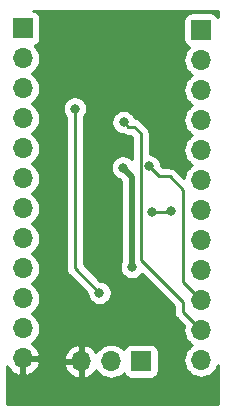
<source format=gbr>
G04 #@! TF.GenerationSoftware,KiCad,Pcbnew,(5.1.4-0)*
G04 #@! TF.CreationDate,2020-07-13T22:24:35+08:00*
G04 #@! TF.ProjectId,attiny3217,61747469-6e79-4333-9231-372e6b696361,rev?*
G04 #@! TF.SameCoordinates,Original*
G04 #@! TF.FileFunction,Copper,L2,Bot*
G04 #@! TF.FilePolarity,Positive*
%FSLAX46Y46*%
G04 Gerber Fmt 4.6, Leading zero omitted, Abs format (unit mm)*
G04 Created by KiCad (PCBNEW (5.1.4-0)) date 2020-07-13 22:24:35*
%MOMM*%
%LPD*%
G04 APERTURE LIST*
%ADD10O,1.700000X1.700000*%
%ADD11R,1.700000X1.700000*%
%ADD12C,0.800000*%
%ADD13C,0.500000*%
%ADD14C,0.250000*%
%ADD15C,0.254000*%
G04 APERTURE END LIST*
D10*
X127050800Y-93954600D03*
X127050800Y-91414600D03*
X127050800Y-88874600D03*
X127050800Y-86334600D03*
X127050800Y-83794600D03*
X127050800Y-81254600D03*
X127050800Y-78714600D03*
X127050800Y-76174600D03*
X127050800Y-73634600D03*
X127050800Y-71094600D03*
X127050800Y-68554600D03*
D11*
X127050800Y-66014600D03*
X142163800Y-66141600D03*
D10*
X142163800Y-68681600D03*
X142163800Y-71221600D03*
X142163800Y-73761600D03*
X142163800Y-76301600D03*
X142163800Y-78841600D03*
X142163800Y-81381600D03*
X142163800Y-83921600D03*
X142163800Y-86461600D03*
X142163800Y-89001600D03*
X142163800Y-91541600D03*
X142163800Y-94081600D03*
D11*
X137083800Y-94183200D03*
D10*
X134543800Y-94183200D03*
X132003800Y-94183200D03*
D12*
X136296400Y-86207600D03*
X135534400Y-77800200D03*
X133985000Y-74599800D03*
X132715000Y-81381600D03*
X132715000Y-82753200D03*
X133604000Y-77698600D03*
X133197600Y-86080600D03*
X134569200Y-86080600D03*
X131470400Y-72796400D03*
X133553200Y-88392000D03*
X138049000Y-81559400D03*
X139649200Y-81508600D03*
X137769600Y-77698600D03*
X135610600Y-73939400D03*
D13*
X136296400Y-78562200D02*
X135534400Y-77800200D01*
X136296400Y-86207600D02*
X136296400Y-78562200D01*
D14*
X131470400Y-86309200D02*
X133553200Y-88392000D01*
X131470400Y-72796400D02*
X131470400Y-86309200D01*
X139598400Y-81559400D02*
X139649200Y-81508600D01*
X138049000Y-81559400D02*
X139598400Y-81559400D01*
X137769600Y-77698600D02*
X138607800Y-78536800D01*
X138607800Y-78536800D02*
X139496800Y-78536800D01*
X139496800Y-78536800D02*
X140614400Y-79654400D01*
X140614400Y-87452200D02*
X142163800Y-89001600D01*
X140614400Y-79654400D02*
X140614400Y-87452200D01*
X136010599Y-74339399D02*
X136493199Y-74339399D01*
X135610600Y-73939400D02*
X136010599Y-74339399D01*
X136493199Y-74339399D02*
X137044599Y-74890799D01*
X137044599Y-74890799D02*
X137044599Y-85634999D01*
X137044599Y-85634999D02*
X140614400Y-89204800D01*
X140614400Y-89992200D02*
X142163800Y-91541600D01*
X140614400Y-89204800D02*
X140614400Y-89992200D01*
D15*
G36*
X143586698Y-64535572D02*
G01*
X143586768Y-65016488D01*
X143544337Y-64937106D01*
X143464985Y-64840415D01*
X143368294Y-64761063D01*
X143257980Y-64702098D01*
X143138282Y-64665788D01*
X143013800Y-64653528D01*
X141313800Y-64653528D01*
X141189318Y-64665788D01*
X141069620Y-64702098D01*
X140959306Y-64761063D01*
X140862615Y-64840415D01*
X140783263Y-64937106D01*
X140724298Y-65047420D01*
X140687988Y-65167118D01*
X140675728Y-65291600D01*
X140675728Y-66991600D01*
X140687988Y-67116082D01*
X140724298Y-67235780D01*
X140783263Y-67346094D01*
X140862615Y-67442785D01*
X140959306Y-67522137D01*
X141069620Y-67581102D01*
X141138487Y-67601993D01*
X141108666Y-67626466D01*
X140923094Y-67852586D01*
X140785201Y-68110566D01*
X140700287Y-68390489D01*
X140671615Y-68681600D01*
X140700287Y-68972711D01*
X140785201Y-69252634D01*
X140923094Y-69510614D01*
X141108666Y-69736734D01*
X141334786Y-69922306D01*
X141389591Y-69951600D01*
X141334786Y-69980894D01*
X141108666Y-70166466D01*
X140923094Y-70392586D01*
X140785201Y-70650566D01*
X140700287Y-70930489D01*
X140671615Y-71221600D01*
X140700287Y-71512711D01*
X140785201Y-71792634D01*
X140923094Y-72050614D01*
X141108666Y-72276734D01*
X141334786Y-72462306D01*
X141389591Y-72491600D01*
X141334786Y-72520894D01*
X141108666Y-72706466D01*
X140923094Y-72932586D01*
X140785201Y-73190566D01*
X140700287Y-73470489D01*
X140671615Y-73761600D01*
X140700287Y-74052711D01*
X140785201Y-74332634D01*
X140923094Y-74590614D01*
X141108666Y-74816734D01*
X141334786Y-75002306D01*
X141389591Y-75031600D01*
X141334786Y-75060894D01*
X141108666Y-75246466D01*
X140923094Y-75472586D01*
X140785201Y-75730566D01*
X140700287Y-76010489D01*
X140671615Y-76301600D01*
X140700287Y-76592711D01*
X140785201Y-76872634D01*
X140923094Y-77130614D01*
X141108666Y-77356734D01*
X141334786Y-77542306D01*
X141389591Y-77571600D01*
X141334786Y-77600894D01*
X141108666Y-77786466D01*
X140923094Y-78012586D01*
X140785201Y-78270566D01*
X140700287Y-78550489D01*
X140689976Y-78655175D01*
X140060604Y-78025802D01*
X140036801Y-77996799D01*
X139921076Y-77901826D01*
X139789047Y-77831254D01*
X139645786Y-77787797D01*
X139534133Y-77776800D01*
X139534122Y-77776800D01*
X139496800Y-77773124D01*
X139459478Y-77776800D01*
X138922602Y-77776800D01*
X138804600Y-77658798D01*
X138804600Y-77596661D01*
X138764826Y-77396702D01*
X138686805Y-77208344D01*
X138573537Y-77038826D01*
X138429374Y-76894663D01*
X138259856Y-76781395D01*
X138071498Y-76703374D01*
X137871539Y-76663600D01*
X137804599Y-76663600D01*
X137804599Y-74928121D01*
X137808275Y-74890798D01*
X137804599Y-74853475D01*
X137804599Y-74853466D01*
X137793602Y-74741813D01*
X137750145Y-74598552D01*
X137679573Y-74466523D01*
X137584600Y-74350798D01*
X137555602Y-74327001D01*
X137057002Y-73828401D01*
X137033200Y-73799398D01*
X136917475Y-73704425D01*
X136785446Y-73633853D01*
X136642185Y-73590396D01*
X136583938Y-73584659D01*
X136527805Y-73449144D01*
X136414537Y-73279626D01*
X136270374Y-73135463D01*
X136100856Y-73022195D01*
X135912498Y-72944174D01*
X135712539Y-72904400D01*
X135508661Y-72904400D01*
X135308702Y-72944174D01*
X135120344Y-73022195D01*
X134950826Y-73135463D01*
X134806663Y-73279626D01*
X134693395Y-73449144D01*
X134615374Y-73637502D01*
X134575600Y-73837461D01*
X134575600Y-74041339D01*
X134615374Y-74241298D01*
X134693395Y-74429656D01*
X134806663Y-74599174D01*
X134950826Y-74743337D01*
X135120344Y-74856605D01*
X135308702Y-74934626D01*
X135508661Y-74974400D01*
X135586374Y-74974400D01*
X135718352Y-75044945D01*
X135861613Y-75088402D01*
X135973266Y-75099399D01*
X135973276Y-75099399D01*
X136010598Y-75103075D01*
X136047921Y-75099399D01*
X136178398Y-75099399D01*
X136284599Y-75205601D01*
X136284599Y-77086688D01*
X136194174Y-76996263D01*
X136024656Y-76882995D01*
X135836298Y-76804974D01*
X135636339Y-76765200D01*
X135432461Y-76765200D01*
X135232502Y-76804974D01*
X135044144Y-76882995D01*
X134874626Y-76996263D01*
X134730463Y-77140426D01*
X134617195Y-77309944D01*
X134539174Y-77498302D01*
X134499400Y-77698261D01*
X134499400Y-77902139D01*
X134539174Y-78102098D01*
X134617195Y-78290456D01*
X134730463Y-78459974D01*
X134874626Y-78604137D01*
X135044144Y-78717405D01*
X135232502Y-78795426D01*
X135289356Y-78806735D01*
X135411401Y-78928780D01*
X135411400Y-85669146D01*
X135379195Y-85717344D01*
X135301174Y-85905702D01*
X135261400Y-86105661D01*
X135261400Y-86309539D01*
X135301174Y-86509498D01*
X135379195Y-86697856D01*
X135492463Y-86867374D01*
X135636626Y-87011537D01*
X135806144Y-87124805D01*
X135994502Y-87202826D01*
X136194461Y-87242600D01*
X136398339Y-87242600D01*
X136598298Y-87202826D01*
X136786656Y-87124805D01*
X136956174Y-87011537D01*
X137100337Y-86867374D01*
X137141127Y-86806328D01*
X139854400Y-89519602D01*
X139854400Y-89954878D01*
X139850724Y-89992200D01*
X139854400Y-90029522D01*
X139854400Y-90029533D01*
X139865397Y-90141186D01*
X139893717Y-90234544D01*
X139908854Y-90284446D01*
X139979426Y-90416476D01*
X140019342Y-90465113D01*
X140074400Y-90532201D01*
X140103398Y-90555999D01*
X140723003Y-91175605D01*
X140700287Y-91250489D01*
X140671615Y-91541600D01*
X140700287Y-91832711D01*
X140785201Y-92112634D01*
X140923094Y-92370614D01*
X141108666Y-92596734D01*
X141334786Y-92782306D01*
X141389591Y-92811600D01*
X141334786Y-92840894D01*
X141108666Y-93026466D01*
X140923094Y-93252586D01*
X140785201Y-93510566D01*
X140700287Y-93790489D01*
X140671615Y-94081600D01*
X140700287Y-94372711D01*
X140785201Y-94652634D01*
X140923094Y-94910614D01*
X141108666Y-95136734D01*
X141334786Y-95322306D01*
X141592766Y-95460199D01*
X141872689Y-95545113D01*
X142090850Y-95566600D01*
X142236750Y-95566600D01*
X142454911Y-95545113D01*
X142734834Y-95460199D01*
X142992814Y-95322306D01*
X143218934Y-95136734D01*
X143404506Y-94910614D01*
X143542399Y-94652634D01*
X143591101Y-94492084D01*
X143591583Y-97770255D01*
X125728271Y-97774986D01*
X125721882Y-94601267D01*
X125779159Y-94721520D01*
X125953212Y-94954869D01*
X126169445Y-95149778D01*
X126419548Y-95298757D01*
X126693909Y-95396081D01*
X126923800Y-95275414D01*
X126923800Y-94081600D01*
X127177800Y-94081600D01*
X127177800Y-95275414D01*
X127407691Y-95396081D01*
X127682052Y-95298757D01*
X127932155Y-95149778D01*
X128148388Y-94954869D01*
X128322441Y-94721520D01*
X128408857Y-94540091D01*
X130562319Y-94540091D01*
X130659643Y-94814452D01*
X130808622Y-95064555D01*
X131003531Y-95280788D01*
X131236880Y-95454841D01*
X131499701Y-95580025D01*
X131646910Y-95624676D01*
X131876800Y-95503355D01*
X131876800Y-94310200D01*
X130682986Y-94310200D01*
X130562319Y-94540091D01*
X128408857Y-94540091D01*
X128447625Y-94458699D01*
X128492276Y-94311490D01*
X128370955Y-94081600D01*
X127177800Y-94081600D01*
X126923800Y-94081600D01*
X126903800Y-94081600D01*
X126903800Y-93827600D01*
X126923800Y-93827600D01*
X126923800Y-93807600D01*
X127177800Y-93807600D01*
X127177800Y-93827600D01*
X128370955Y-93827600D01*
X128371636Y-93826309D01*
X130562319Y-93826309D01*
X130682986Y-94056200D01*
X131876800Y-94056200D01*
X131876800Y-92863045D01*
X132130800Y-92863045D01*
X132130800Y-94056200D01*
X132150800Y-94056200D01*
X132150800Y-94310200D01*
X132130800Y-94310200D01*
X132130800Y-95503355D01*
X132360690Y-95624676D01*
X132507899Y-95580025D01*
X132770720Y-95454841D01*
X133004069Y-95280788D01*
X133198978Y-95064555D01*
X133268599Y-94947677D01*
X133303094Y-95012214D01*
X133488666Y-95238334D01*
X133714786Y-95423906D01*
X133972766Y-95561799D01*
X134252689Y-95646713D01*
X134470850Y-95668200D01*
X134616750Y-95668200D01*
X134834911Y-95646713D01*
X135114834Y-95561799D01*
X135372814Y-95423906D01*
X135598934Y-95238334D01*
X135623407Y-95208513D01*
X135644298Y-95277380D01*
X135703263Y-95387694D01*
X135782615Y-95484385D01*
X135879306Y-95563737D01*
X135989620Y-95622702D01*
X136109318Y-95659012D01*
X136233800Y-95671272D01*
X137933800Y-95671272D01*
X138058282Y-95659012D01*
X138177980Y-95622702D01*
X138288294Y-95563737D01*
X138384985Y-95484385D01*
X138464337Y-95387694D01*
X138523302Y-95277380D01*
X138559612Y-95157682D01*
X138571872Y-95033200D01*
X138571872Y-93333200D01*
X138559612Y-93208718D01*
X138523302Y-93089020D01*
X138464337Y-92978706D01*
X138384985Y-92882015D01*
X138288294Y-92802663D01*
X138177980Y-92743698D01*
X138058282Y-92707388D01*
X137933800Y-92695128D01*
X136233800Y-92695128D01*
X136109318Y-92707388D01*
X135989620Y-92743698D01*
X135879306Y-92802663D01*
X135782615Y-92882015D01*
X135703263Y-92978706D01*
X135644298Y-93089020D01*
X135623407Y-93157887D01*
X135598934Y-93128066D01*
X135372814Y-92942494D01*
X135114834Y-92804601D01*
X134834911Y-92719687D01*
X134616750Y-92698200D01*
X134470850Y-92698200D01*
X134252689Y-92719687D01*
X133972766Y-92804601D01*
X133714786Y-92942494D01*
X133488666Y-93128066D01*
X133303094Y-93354186D01*
X133268599Y-93418723D01*
X133198978Y-93301845D01*
X133004069Y-93085612D01*
X132770720Y-92911559D01*
X132507899Y-92786375D01*
X132360690Y-92741724D01*
X132130800Y-92863045D01*
X131876800Y-92863045D01*
X131646910Y-92741724D01*
X131499701Y-92786375D01*
X131236880Y-92911559D01*
X131003531Y-93085612D01*
X130808622Y-93301845D01*
X130659643Y-93551948D01*
X130562319Y-93826309D01*
X128371636Y-93826309D01*
X128492276Y-93597710D01*
X128447625Y-93450501D01*
X128322441Y-93187680D01*
X128148388Y-92954331D01*
X127932155Y-92759422D01*
X127815277Y-92689801D01*
X127879814Y-92655306D01*
X128105934Y-92469734D01*
X128291506Y-92243614D01*
X128429399Y-91985634D01*
X128514313Y-91705711D01*
X128542985Y-91414600D01*
X128514313Y-91123489D01*
X128429399Y-90843566D01*
X128291506Y-90585586D01*
X128105934Y-90359466D01*
X127879814Y-90173894D01*
X127825009Y-90144600D01*
X127879814Y-90115306D01*
X128105934Y-89929734D01*
X128291506Y-89703614D01*
X128429399Y-89445634D01*
X128514313Y-89165711D01*
X128542985Y-88874600D01*
X128514313Y-88583489D01*
X128429399Y-88303566D01*
X128291506Y-88045586D01*
X128105934Y-87819466D01*
X127879814Y-87633894D01*
X127825009Y-87604600D01*
X127879814Y-87575306D01*
X128105934Y-87389734D01*
X128291506Y-87163614D01*
X128429399Y-86905634D01*
X128514313Y-86625711D01*
X128542985Y-86334600D01*
X128514313Y-86043489D01*
X128429399Y-85763566D01*
X128291506Y-85505586D01*
X128105934Y-85279466D01*
X127879814Y-85093894D01*
X127825009Y-85064600D01*
X127879814Y-85035306D01*
X128105934Y-84849734D01*
X128291506Y-84623614D01*
X128429399Y-84365634D01*
X128514313Y-84085711D01*
X128542985Y-83794600D01*
X128514313Y-83503489D01*
X128429399Y-83223566D01*
X128291506Y-82965586D01*
X128105934Y-82739466D01*
X127879814Y-82553894D01*
X127825009Y-82524600D01*
X127879814Y-82495306D01*
X128105934Y-82309734D01*
X128291506Y-82083614D01*
X128429399Y-81825634D01*
X128514313Y-81545711D01*
X128542985Y-81254600D01*
X128514313Y-80963489D01*
X128429399Y-80683566D01*
X128291506Y-80425586D01*
X128105934Y-80199466D01*
X127879814Y-80013894D01*
X127825009Y-79984600D01*
X127879814Y-79955306D01*
X128105934Y-79769734D01*
X128291506Y-79543614D01*
X128429399Y-79285634D01*
X128514313Y-79005711D01*
X128542985Y-78714600D01*
X128514313Y-78423489D01*
X128429399Y-78143566D01*
X128291506Y-77885586D01*
X128105934Y-77659466D01*
X127879814Y-77473894D01*
X127825009Y-77444600D01*
X127879814Y-77415306D01*
X128105934Y-77229734D01*
X128291506Y-77003614D01*
X128429399Y-76745634D01*
X128514313Y-76465711D01*
X128542985Y-76174600D01*
X128514313Y-75883489D01*
X128429399Y-75603566D01*
X128291506Y-75345586D01*
X128105934Y-75119466D01*
X127879814Y-74933894D01*
X127825009Y-74904600D01*
X127879814Y-74875306D01*
X128105934Y-74689734D01*
X128291506Y-74463614D01*
X128429399Y-74205634D01*
X128514313Y-73925711D01*
X128542985Y-73634600D01*
X128514313Y-73343489D01*
X128429399Y-73063566D01*
X128291506Y-72805586D01*
X128200309Y-72694461D01*
X130435400Y-72694461D01*
X130435400Y-72898339D01*
X130475174Y-73098298D01*
X130553195Y-73286656D01*
X130666463Y-73456174D01*
X130710400Y-73500111D01*
X130710401Y-86271868D01*
X130706724Y-86309200D01*
X130721398Y-86458185D01*
X130764854Y-86601446D01*
X130835426Y-86733476D01*
X130904159Y-86817226D01*
X130930400Y-86849201D01*
X130959398Y-86872999D01*
X132518200Y-88431802D01*
X132518200Y-88493939D01*
X132557974Y-88693898D01*
X132635995Y-88882256D01*
X132749263Y-89051774D01*
X132893426Y-89195937D01*
X133062944Y-89309205D01*
X133251302Y-89387226D01*
X133451261Y-89427000D01*
X133655139Y-89427000D01*
X133855098Y-89387226D01*
X134043456Y-89309205D01*
X134212974Y-89195937D01*
X134357137Y-89051774D01*
X134470405Y-88882256D01*
X134548426Y-88693898D01*
X134588200Y-88493939D01*
X134588200Y-88290061D01*
X134548426Y-88090102D01*
X134470405Y-87901744D01*
X134357137Y-87732226D01*
X134212974Y-87588063D01*
X134043456Y-87474795D01*
X133855098Y-87396774D01*
X133655139Y-87357000D01*
X133593002Y-87357000D01*
X132230400Y-85994399D01*
X132230400Y-73500111D01*
X132274337Y-73456174D01*
X132387605Y-73286656D01*
X132465626Y-73098298D01*
X132505400Y-72898339D01*
X132505400Y-72694461D01*
X132465626Y-72494502D01*
X132387605Y-72306144D01*
X132274337Y-72136626D01*
X132130174Y-71992463D01*
X131960656Y-71879195D01*
X131772298Y-71801174D01*
X131572339Y-71761400D01*
X131368461Y-71761400D01*
X131168502Y-71801174D01*
X130980144Y-71879195D01*
X130810626Y-71992463D01*
X130666463Y-72136626D01*
X130553195Y-72306144D01*
X130475174Y-72494502D01*
X130435400Y-72694461D01*
X128200309Y-72694461D01*
X128105934Y-72579466D01*
X127879814Y-72393894D01*
X127825009Y-72364600D01*
X127879814Y-72335306D01*
X128105934Y-72149734D01*
X128291506Y-71923614D01*
X128429399Y-71665634D01*
X128514313Y-71385711D01*
X128542985Y-71094600D01*
X128514313Y-70803489D01*
X128429399Y-70523566D01*
X128291506Y-70265586D01*
X128105934Y-70039466D01*
X127879814Y-69853894D01*
X127825009Y-69824600D01*
X127879814Y-69795306D01*
X128105934Y-69609734D01*
X128291506Y-69383614D01*
X128429399Y-69125634D01*
X128514313Y-68845711D01*
X128542985Y-68554600D01*
X128514313Y-68263489D01*
X128429399Y-67983566D01*
X128291506Y-67725586D01*
X128105934Y-67499466D01*
X128076113Y-67474993D01*
X128144980Y-67454102D01*
X128255294Y-67395137D01*
X128351985Y-67315785D01*
X128431337Y-67219094D01*
X128490302Y-67108780D01*
X128526612Y-66989082D01*
X128538872Y-66864600D01*
X128538872Y-65164600D01*
X128526612Y-65040118D01*
X128490302Y-64920420D01*
X128431337Y-64810106D01*
X128351985Y-64713415D01*
X128255294Y-64634063D01*
X128144980Y-64575098D01*
X128025282Y-64538788D01*
X127908586Y-64527295D01*
X143586698Y-64535572D01*
X143586698Y-64535572D01*
G37*
X143586698Y-64535572D02*
X143586768Y-65016488D01*
X143544337Y-64937106D01*
X143464985Y-64840415D01*
X143368294Y-64761063D01*
X143257980Y-64702098D01*
X143138282Y-64665788D01*
X143013800Y-64653528D01*
X141313800Y-64653528D01*
X141189318Y-64665788D01*
X141069620Y-64702098D01*
X140959306Y-64761063D01*
X140862615Y-64840415D01*
X140783263Y-64937106D01*
X140724298Y-65047420D01*
X140687988Y-65167118D01*
X140675728Y-65291600D01*
X140675728Y-66991600D01*
X140687988Y-67116082D01*
X140724298Y-67235780D01*
X140783263Y-67346094D01*
X140862615Y-67442785D01*
X140959306Y-67522137D01*
X141069620Y-67581102D01*
X141138487Y-67601993D01*
X141108666Y-67626466D01*
X140923094Y-67852586D01*
X140785201Y-68110566D01*
X140700287Y-68390489D01*
X140671615Y-68681600D01*
X140700287Y-68972711D01*
X140785201Y-69252634D01*
X140923094Y-69510614D01*
X141108666Y-69736734D01*
X141334786Y-69922306D01*
X141389591Y-69951600D01*
X141334786Y-69980894D01*
X141108666Y-70166466D01*
X140923094Y-70392586D01*
X140785201Y-70650566D01*
X140700287Y-70930489D01*
X140671615Y-71221600D01*
X140700287Y-71512711D01*
X140785201Y-71792634D01*
X140923094Y-72050614D01*
X141108666Y-72276734D01*
X141334786Y-72462306D01*
X141389591Y-72491600D01*
X141334786Y-72520894D01*
X141108666Y-72706466D01*
X140923094Y-72932586D01*
X140785201Y-73190566D01*
X140700287Y-73470489D01*
X140671615Y-73761600D01*
X140700287Y-74052711D01*
X140785201Y-74332634D01*
X140923094Y-74590614D01*
X141108666Y-74816734D01*
X141334786Y-75002306D01*
X141389591Y-75031600D01*
X141334786Y-75060894D01*
X141108666Y-75246466D01*
X140923094Y-75472586D01*
X140785201Y-75730566D01*
X140700287Y-76010489D01*
X140671615Y-76301600D01*
X140700287Y-76592711D01*
X140785201Y-76872634D01*
X140923094Y-77130614D01*
X141108666Y-77356734D01*
X141334786Y-77542306D01*
X141389591Y-77571600D01*
X141334786Y-77600894D01*
X141108666Y-77786466D01*
X140923094Y-78012586D01*
X140785201Y-78270566D01*
X140700287Y-78550489D01*
X140689976Y-78655175D01*
X140060604Y-78025802D01*
X140036801Y-77996799D01*
X139921076Y-77901826D01*
X139789047Y-77831254D01*
X139645786Y-77787797D01*
X139534133Y-77776800D01*
X139534122Y-77776800D01*
X139496800Y-77773124D01*
X139459478Y-77776800D01*
X138922602Y-77776800D01*
X138804600Y-77658798D01*
X138804600Y-77596661D01*
X138764826Y-77396702D01*
X138686805Y-77208344D01*
X138573537Y-77038826D01*
X138429374Y-76894663D01*
X138259856Y-76781395D01*
X138071498Y-76703374D01*
X137871539Y-76663600D01*
X137804599Y-76663600D01*
X137804599Y-74928121D01*
X137808275Y-74890798D01*
X137804599Y-74853475D01*
X137804599Y-74853466D01*
X137793602Y-74741813D01*
X137750145Y-74598552D01*
X137679573Y-74466523D01*
X137584600Y-74350798D01*
X137555602Y-74327001D01*
X137057002Y-73828401D01*
X137033200Y-73799398D01*
X136917475Y-73704425D01*
X136785446Y-73633853D01*
X136642185Y-73590396D01*
X136583938Y-73584659D01*
X136527805Y-73449144D01*
X136414537Y-73279626D01*
X136270374Y-73135463D01*
X136100856Y-73022195D01*
X135912498Y-72944174D01*
X135712539Y-72904400D01*
X135508661Y-72904400D01*
X135308702Y-72944174D01*
X135120344Y-73022195D01*
X134950826Y-73135463D01*
X134806663Y-73279626D01*
X134693395Y-73449144D01*
X134615374Y-73637502D01*
X134575600Y-73837461D01*
X134575600Y-74041339D01*
X134615374Y-74241298D01*
X134693395Y-74429656D01*
X134806663Y-74599174D01*
X134950826Y-74743337D01*
X135120344Y-74856605D01*
X135308702Y-74934626D01*
X135508661Y-74974400D01*
X135586374Y-74974400D01*
X135718352Y-75044945D01*
X135861613Y-75088402D01*
X135973266Y-75099399D01*
X135973276Y-75099399D01*
X136010598Y-75103075D01*
X136047921Y-75099399D01*
X136178398Y-75099399D01*
X136284599Y-75205601D01*
X136284599Y-77086688D01*
X136194174Y-76996263D01*
X136024656Y-76882995D01*
X135836298Y-76804974D01*
X135636339Y-76765200D01*
X135432461Y-76765200D01*
X135232502Y-76804974D01*
X135044144Y-76882995D01*
X134874626Y-76996263D01*
X134730463Y-77140426D01*
X134617195Y-77309944D01*
X134539174Y-77498302D01*
X134499400Y-77698261D01*
X134499400Y-77902139D01*
X134539174Y-78102098D01*
X134617195Y-78290456D01*
X134730463Y-78459974D01*
X134874626Y-78604137D01*
X135044144Y-78717405D01*
X135232502Y-78795426D01*
X135289356Y-78806735D01*
X135411401Y-78928780D01*
X135411400Y-85669146D01*
X135379195Y-85717344D01*
X135301174Y-85905702D01*
X135261400Y-86105661D01*
X135261400Y-86309539D01*
X135301174Y-86509498D01*
X135379195Y-86697856D01*
X135492463Y-86867374D01*
X135636626Y-87011537D01*
X135806144Y-87124805D01*
X135994502Y-87202826D01*
X136194461Y-87242600D01*
X136398339Y-87242600D01*
X136598298Y-87202826D01*
X136786656Y-87124805D01*
X136956174Y-87011537D01*
X137100337Y-86867374D01*
X137141127Y-86806328D01*
X139854400Y-89519602D01*
X139854400Y-89954878D01*
X139850724Y-89992200D01*
X139854400Y-90029522D01*
X139854400Y-90029533D01*
X139865397Y-90141186D01*
X139893717Y-90234544D01*
X139908854Y-90284446D01*
X139979426Y-90416476D01*
X140019342Y-90465113D01*
X140074400Y-90532201D01*
X140103398Y-90555999D01*
X140723003Y-91175605D01*
X140700287Y-91250489D01*
X140671615Y-91541600D01*
X140700287Y-91832711D01*
X140785201Y-92112634D01*
X140923094Y-92370614D01*
X141108666Y-92596734D01*
X141334786Y-92782306D01*
X141389591Y-92811600D01*
X141334786Y-92840894D01*
X141108666Y-93026466D01*
X140923094Y-93252586D01*
X140785201Y-93510566D01*
X140700287Y-93790489D01*
X140671615Y-94081600D01*
X140700287Y-94372711D01*
X140785201Y-94652634D01*
X140923094Y-94910614D01*
X141108666Y-95136734D01*
X141334786Y-95322306D01*
X141592766Y-95460199D01*
X141872689Y-95545113D01*
X142090850Y-95566600D01*
X142236750Y-95566600D01*
X142454911Y-95545113D01*
X142734834Y-95460199D01*
X142992814Y-95322306D01*
X143218934Y-95136734D01*
X143404506Y-94910614D01*
X143542399Y-94652634D01*
X143591101Y-94492084D01*
X143591583Y-97770255D01*
X125728271Y-97774986D01*
X125721882Y-94601267D01*
X125779159Y-94721520D01*
X125953212Y-94954869D01*
X126169445Y-95149778D01*
X126419548Y-95298757D01*
X126693909Y-95396081D01*
X126923800Y-95275414D01*
X126923800Y-94081600D01*
X127177800Y-94081600D01*
X127177800Y-95275414D01*
X127407691Y-95396081D01*
X127682052Y-95298757D01*
X127932155Y-95149778D01*
X128148388Y-94954869D01*
X128322441Y-94721520D01*
X128408857Y-94540091D01*
X130562319Y-94540091D01*
X130659643Y-94814452D01*
X130808622Y-95064555D01*
X131003531Y-95280788D01*
X131236880Y-95454841D01*
X131499701Y-95580025D01*
X131646910Y-95624676D01*
X131876800Y-95503355D01*
X131876800Y-94310200D01*
X130682986Y-94310200D01*
X130562319Y-94540091D01*
X128408857Y-94540091D01*
X128447625Y-94458699D01*
X128492276Y-94311490D01*
X128370955Y-94081600D01*
X127177800Y-94081600D01*
X126923800Y-94081600D01*
X126903800Y-94081600D01*
X126903800Y-93827600D01*
X126923800Y-93827600D01*
X126923800Y-93807600D01*
X127177800Y-93807600D01*
X127177800Y-93827600D01*
X128370955Y-93827600D01*
X128371636Y-93826309D01*
X130562319Y-93826309D01*
X130682986Y-94056200D01*
X131876800Y-94056200D01*
X131876800Y-92863045D01*
X132130800Y-92863045D01*
X132130800Y-94056200D01*
X132150800Y-94056200D01*
X132150800Y-94310200D01*
X132130800Y-94310200D01*
X132130800Y-95503355D01*
X132360690Y-95624676D01*
X132507899Y-95580025D01*
X132770720Y-95454841D01*
X133004069Y-95280788D01*
X133198978Y-95064555D01*
X133268599Y-94947677D01*
X133303094Y-95012214D01*
X133488666Y-95238334D01*
X133714786Y-95423906D01*
X133972766Y-95561799D01*
X134252689Y-95646713D01*
X134470850Y-95668200D01*
X134616750Y-95668200D01*
X134834911Y-95646713D01*
X135114834Y-95561799D01*
X135372814Y-95423906D01*
X135598934Y-95238334D01*
X135623407Y-95208513D01*
X135644298Y-95277380D01*
X135703263Y-95387694D01*
X135782615Y-95484385D01*
X135879306Y-95563737D01*
X135989620Y-95622702D01*
X136109318Y-95659012D01*
X136233800Y-95671272D01*
X137933800Y-95671272D01*
X138058282Y-95659012D01*
X138177980Y-95622702D01*
X138288294Y-95563737D01*
X138384985Y-95484385D01*
X138464337Y-95387694D01*
X138523302Y-95277380D01*
X138559612Y-95157682D01*
X138571872Y-95033200D01*
X138571872Y-93333200D01*
X138559612Y-93208718D01*
X138523302Y-93089020D01*
X138464337Y-92978706D01*
X138384985Y-92882015D01*
X138288294Y-92802663D01*
X138177980Y-92743698D01*
X138058282Y-92707388D01*
X137933800Y-92695128D01*
X136233800Y-92695128D01*
X136109318Y-92707388D01*
X135989620Y-92743698D01*
X135879306Y-92802663D01*
X135782615Y-92882015D01*
X135703263Y-92978706D01*
X135644298Y-93089020D01*
X135623407Y-93157887D01*
X135598934Y-93128066D01*
X135372814Y-92942494D01*
X135114834Y-92804601D01*
X134834911Y-92719687D01*
X134616750Y-92698200D01*
X134470850Y-92698200D01*
X134252689Y-92719687D01*
X133972766Y-92804601D01*
X133714786Y-92942494D01*
X133488666Y-93128066D01*
X133303094Y-93354186D01*
X133268599Y-93418723D01*
X133198978Y-93301845D01*
X133004069Y-93085612D01*
X132770720Y-92911559D01*
X132507899Y-92786375D01*
X132360690Y-92741724D01*
X132130800Y-92863045D01*
X131876800Y-92863045D01*
X131646910Y-92741724D01*
X131499701Y-92786375D01*
X131236880Y-92911559D01*
X131003531Y-93085612D01*
X130808622Y-93301845D01*
X130659643Y-93551948D01*
X130562319Y-93826309D01*
X128371636Y-93826309D01*
X128492276Y-93597710D01*
X128447625Y-93450501D01*
X128322441Y-93187680D01*
X128148388Y-92954331D01*
X127932155Y-92759422D01*
X127815277Y-92689801D01*
X127879814Y-92655306D01*
X128105934Y-92469734D01*
X128291506Y-92243614D01*
X128429399Y-91985634D01*
X128514313Y-91705711D01*
X128542985Y-91414600D01*
X128514313Y-91123489D01*
X128429399Y-90843566D01*
X128291506Y-90585586D01*
X128105934Y-90359466D01*
X127879814Y-90173894D01*
X127825009Y-90144600D01*
X127879814Y-90115306D01*
X128105934Y-89929734D01*
X128291506Y-89703614D01*
X128429399Y-89445634D01*
X128514313Y-89165711D01*
X128542985Y-88874600D01*
X128514313Y-88583489D01*
X128429399Y-88303566D01*
X128291506Y-88045586D01*
X128105934Y-87819466D01*
X127879814Y-87633894D01*
X127825009Y-87604600D01*
X127879814Y-87575306D01*
X128105934Y-87389734D01*
X128291506Y-87163614D01*
X128429399Y-86905634D01*
X128514313Y-86625711D01*
X128542985Y-86334600D01*
X128514313Y-86043489D01*
X128429399Y-85763566D01*
X128291506Y-85505586D01*
X128105934Y-85279466D01*
X127879814Y-85093894D01*
X127825009Y-85064600D01*
X127879814Y-85035306D01*
X128105934Y-84849734D01*
X128291506Y-84623614D01*
X128429399Y-84365634D01*
X128514313Y-84085711D01*
X128542985Y-83794600D01*
X128514313Y-83503489D01*
X128429399Y-83223566D01*
X128291506Y-82965586D01*
X128105934Y-82739466D01*
X127879814Y-82553894D01*
X127825009Y-82524600D01*
X127879814Y-82495306D01*
X128105934Y-82309734D01*
X128291506Y-82083614D01*
X128429399Y-81825634D01*
X128514313Y-81545711D01*
X128542985Y-81254600D01*
X128514313Y-80963489D01*
X128429399Y-80683566D01*
X128291506Y-80425586D01*
X128105934Y-80199466D01*
X127879814Y-80013894D01*
X127825009Y-79984600D01*
X127879814Y-79955306D01*
X128105934Y-79769734D01*
X128291506Y-79543614D01*
X128429399Y-79285634D01*
X128514313Y-79005711D01*
X128542985Y-78714600D01*
X128514313Y-78423489D01*
X128429399Y-78143566D01*
X128291506Y-77885586D01*
X128105934Y-77659466D01*
X127879814Y-77473894D01*
X127825009Y-77444600D01*
X127879814Y-77415306D01*
X128105934Y-77229734D01*
X128291506Y-77003614D01*
X128429399Y-76745634D01*
X128514313Y-76465711D01*
X128542985Y-76174600D01*
X128514313Y-75883489D01*
X128429399Y-75603566D01*
X128291506Y-75345586D01*
X128105934Y-75119466D01*
X127879814Y-74933894D01*
X127825009Y-74904600D01*
X127879814Y-74875306D01*
X128105934Y-74689734D01*
X128291506Y-74463614D01*
X128429399Y-74205634D01*
X128514313Y-73925711D01*
X128542985Y-73634600D01*
X128514313Y-73343489D01*
X128429399Y-73063566D01*
X128291506Y-72805586D01*
X128200309Y-72694461D01*
X130435400Y-72694461D01*
X130435400Y-72898339D01*
X130475174Y-73098298D01*
X130553195Y-73286656D01*
X130666463Y-73456174D01*
X130710400Y-73500111D01*
X130710401Y-86271868D01*
X130706724Y-86309200D01*
X130721398Y-86458185D01*
X130764854Y-86601446D01*
X130835426Y-86733476D01*
X130904159Y-86817226D01*
X130930400Y-86849201D01*
X130959398Y-86872999D01*
X132518200Y-88431802D01*
X132518200Y-88493939D01*
X132557974Y-88693898D01*
X132635995Y-88882256D01*
X132749263Y-89051774D01*
X132893426Y-89195937D01*
X133062944Y-89309205D01*
X133251302Y-89387226D01*
X133451261Y-89427000D01*
X133655139Y-89427000D01*
X133855098Y-89387226D01*
X134043456Y-89309205D01*
X134212974Y-89195937D01*
X134357137Y-89051774D01*
X134470405Y-88882256D01*
X134548426Y-88693898D01*
X134588200Y-88493939D01*
X134588200Y-88290061D01*
X134548426Y-88090102D01*
X134470405Y-87901744D01*
X134357137Y-87732226D01*
X134212974Y-87588063D01*
X134043456Y-87474795D01*
X133855098Y-87396774D01*
X133655139Y-87357000D01*
X133593002Y-87357000D01*
X132230400Y-85994399D01*
X132230400Y-73500111D01*
X132274337Y-73456174D01*
X132387605Y-73286656D01*
X132465626Y-73098298D01*
X132505400Y-72898339D01*
X132505400Y-72694461D01*
X132465626Y-72494502D01*
X132387605Y-72306144D01*
X132274337Y-72136626D01*
X132130174Y-71992463D01*
X131960656Y-71879195D01*
X131772298Y-71801174D01*
X131572339Y-71761400D01*
X131368461Y-71761400D01*
X131168502Y-71801174D01*
X130980144Y-71879195D01*
X130810626Y-71992463D01*
X130666463Y-72136626D01*
X130553195Y-72306144D01*
X130475174Y-72494502D01*
X130435400Y-72694461D01*
X128200309Y-72694461D01*
X128105934Y-72579466D01*
X127879814Y-72393894D01*
X127825009Y-72364600D01*
X127879814Y-72335306D01*
X128105934Y-72149734D01*
X128291506Y-71923614D01*
X128429399Y-71665634D01*
X128514313Y-71385711D01*
X128542985Y-71094600D01*
X128514313Y-70803489D01*
X128429399Y-70523566D01*
X128291506Y-70265586D01*
X128105934Y-70039466D01*
X127879814Y-69853894D01*
X127825009Y-69824600D01*
X127879814Y-69795306D01*
X128105934Y-69609734D01*
X128291506Y-69383614D01*
X128429399Y-69125634D01*
X128514313Y-68845711D01*
X128542985Y-68554600D01*
X128514313Y-68263489D01*
X128429399Y-67983566D01*
X128291506Y-67725586D01*
X128105934Y-67499466D01*
X128076113Y-67474993D01*
X128144980Y-67454102D01*
X128255294Y-67395137D01*
X128351985Y-67315785D01*
X128431337Y-67219094D01*
X128490302Y-67108780D01*
X128526612Y-66989082D01*
X128538872Y-66864600D01*
X128538872Y-65164600D01*
X128526612Y-65040118D01*
X128490302Y-64920420D01*
X128431337Y-64810106D01*
X128351985Y-64713415D01*
X128255294Y-64634063D01*
X128144980Y-64575098D01*
X128025282Y-64538788D01*
X127908586Y-64527295D01*
X143586698Y-64535572D01*
M02*

</source>
